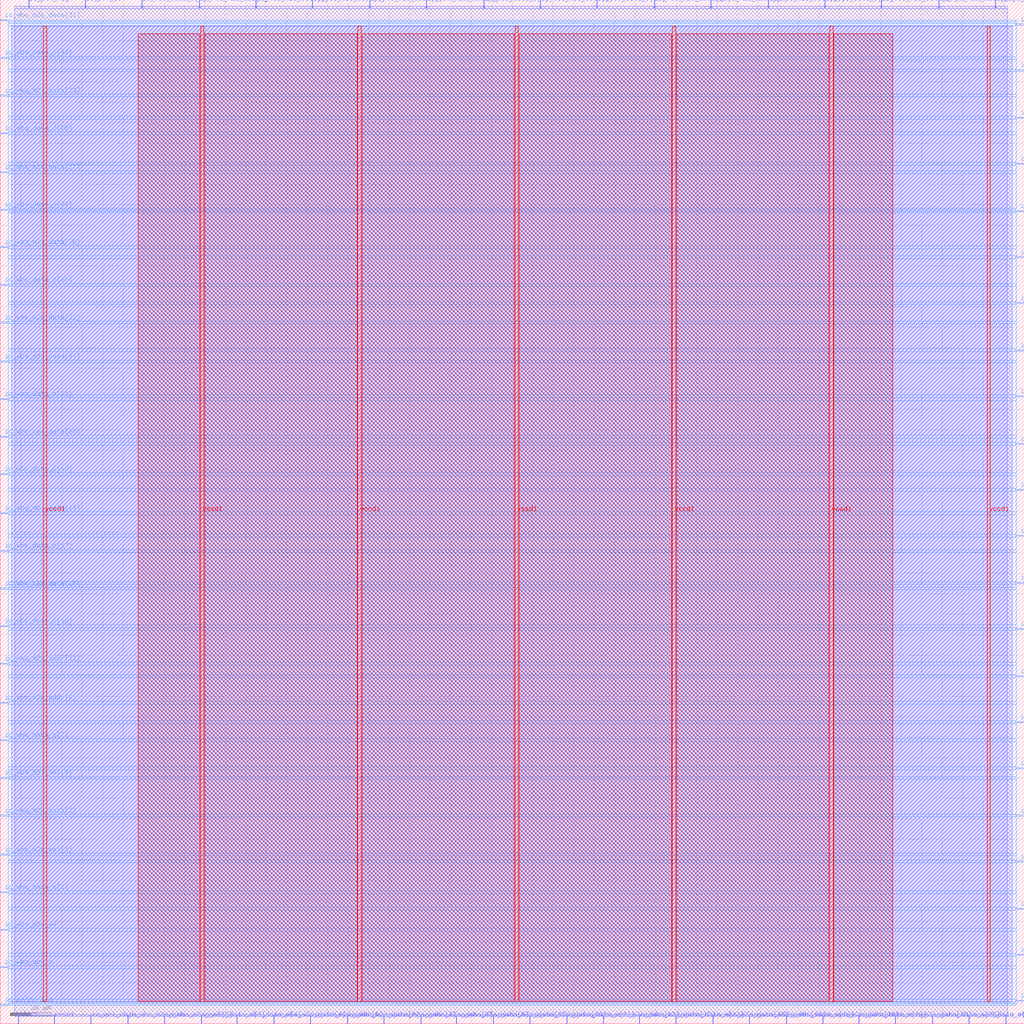
<source format=lef>
VERSION 5.7 ;
  NOWIREEXTENSIONATPIN ON ;
  DIVIDERCHAR "/" ;
  BUSBITCHARS "[]" ;
MACRO Motor_Top
  CLASS BLOCK ;
  FOREIGN Motor_Top ;
  ORIGIN 0.000 0.000 ;
  SIZE 500.000 BY 500.000 ;
  PIN clock
    DIRECTION INPUT ;
    USE SIGNAL ;
    PORT
      LAYER met2 ;
        RECT 8.830 0.000 9.110 4.000 ;
    END
  END clock
  PIN io_ba_match
    DIRECTION INPUT ;
    USE SIGNAL ;
    PORT
      LAYER met3 ;
        RECT 496.000 10.920 500.000 11.520 ;
    END
  END io_ba_match
  PIN io_motor_irq
    DIRECTION OUTPUT TRISTATE ;
    USE SIGNAL ;
    PORT
      LAYER met3 ;
        RECT 0.000 8.880 4.000 9.480 ;
    END
  END io_motor_irq
  PIN io_pwm_high
    DIRECTION OUTPUT TRISTATE ;
    USE SIGNAL ;
    PORT
      LAYER met2 ;
        RECT 13.890 496.000 14.170 500.000 ;
    END
  END io_pwm_high
  PIN io_pwm_low
    DIRECTION OUTPUT TRISTATE ;
    USE SIGNAL ;
    PORT
      LAYER met2 ;
        RECT 41.490 496.000 41.770 500.000 ;
    END
  END io_pwm_low
  PIN io_qei_ch_a
    DIRECTION INPUT ;
    USE SIGNAL ;
    PORT
      LAYER met3 ;
        RECT 496.000 33.360 500.000 33.960 ;
    END
  END io_qei_ch_a
  PIN io_qei_ch_b
    DIRECTION INPUT ;
    USE SIGNAL ;
    PORT
      LAYER met2 ;
        RECT 44.250 0.000 44.530 4.000 ;
    END
  END io_qei_ch_b
  PIN io_wbs_ack_o
    DIRECTION OUTPUT TRISTATE ;
    USE SIGNAL ;
    PORT
      LAYER met3 ;
        RECT 0.000 27.240 4.000 27.840 ;
    END
  END io_wbs_ack_o
  PIN io_wbs_data_o[0]
    DIRECTION OUTPUT TRISTATE ;
    USE SIGNAL ;
    PORT
      LAYER met2 ;
        RECT 69.090 496.000 69.370 500.000 ;
    END
  END io_wbs_data_o[0]
  PIN io_wbs_data_o[10]
    DIRECTION OUTPUT TRISTATE ;
    USE SIGNAL ;
    PORT
      LAYER met2 ;
        RECT 291.270 496.000 291.550 500.000 ;
    END
  END io_wbs_data_o[10]
  PIN io_wbs_data_o[11]
    DIRECTION OUTPUT TRISTATE ;
    USE SIGNAL ;
    PORT
      LAYER met2 ;
        RECT 276.550 0.000 276.830 4.000 ;
    END
  END io_wbs_data_o[11]
  PIN io_wbs_data_o[12]
    DIRECTION OUTPUT TRISTATE ;
    USE SIGNAL ;
    PORT
      LAYER met3 ;
        RECT 0.000 193.840 4.000 194.440 ;
    END
  END io_wbs_data_o[12]
  PIN io_wbs_data_o[13]
    DIRECTION OUTPUT TRISTATE ;
    USE SIGNAL ;
    PORT
      LAYER met2 ;
        RECT 329.910 0.000 330.190 4.000 ;
    END
  END io_wbs_data_o[13]
  PIN io_wbs_data_o[14]
    DIRECTION OUTPUT TRISTATE ;
    USE SIGNAL ;
    PORT
      LAYER met3 ;
        RECT 496.000 328.480 500.000 329.080 ;
    END
  END io_wbs_data_o[14]
  PIN io_wbs_data_o[15]
    DIRECTION OUTPUT TRISTATE ;
    USE SIGNAL ;
    PORT
      LAYER met3 ;
        RECT 496.000 374.040 500.000 374.640 ;
    END
  END io_wbs_data_o[15]
  PIN io_wbs_data_o[16]
    DIRECTION OUTPUT TRISTATE ;
    USE SIGNAL ;
    PORT
      LAYER met2 ;
        RECT 383.730 0.000 384.010 4.000 ;
    END
  END io_wbs_data_o[16]
  PIN io_wbs_data_o[17]
    DIRECTION OUTPUT TRISTATE ;
    USE SIGNAL ;
    PORT
      LAYER met3 ;
        RECT 0.000 230.560 4.000 231.160 ;
    END
  END io_wbs_data_o[17]
  PIN io_wbs_data_o[18]
    DIRECTION OUTPUT TRISTATE ;
    USE SIGNAL ;
    PORT
      LAYER met2 ;
        RECT 419.150 0.000 419.430 4.000 ;
    END
  END io_wbs_data_o[18]
  PIN io_wbs_data_o[19]
    DIRECTION OUTPUT TRISTATE ;
    USE SIGNAL ;
    PORT
      LAYER met3 ;
        RECT 0.000 267.960 4.000 268.560 ;
    END
  END io_wbs_data_o[19]
  PIN io_wbs_data_o[1]
    DIRECTION OUTPUT TRISTATE ;
    USE SIGNAL ;
    PORT
      LAYER met3 ;
        RECT 0.000 63.960 4.000 64.560 ;
    END
  END io_wbs_data_o[1]
  PIN io_wbs_data_o[20]
    DIRECTION OUTPUT TRISTATE ;
    USE SIGNAL ;
    PORT
      LAYER met3 ;
        RECT 496.000 396.480 500.000 397.080 ;
    END
  END io_wbs_data_o[20]
  PIN io_wbs_data_o[21]
    DIRECTION OUTPUT TRISTATE ;
    USE SIGNAL ;
    PORT
      LAYER met3 ;
        RECT 0.000 304.680 4.000 305.280 ;
    END
  END io_wbs_data_o[21]
  PIN io_wbs_data_o[22]
    DIRECTION OUTPUT TRISTATE ;
    USE SIGNAL ;
    PORT
      LAYER met2 ;
        RECT 402.590 496.000 402.870 500.000 ;
    END
  END io_wbs_data_o[22]
  PIN io_wbs_data_o[23]
    DIRECTION OUTPUT TRISTATE ;
    USE SIGNAL ;
    PORT
      LAYER met3 ;
        RECT 496.000 419.600 500.000 420.200 ;
    END
  END io_wbs_data_o[23]
  PIN io_wbs_data_o[24]
    DIRECTION OUTPUT TRISTATE ;
    USE SIGNAL ;
    PORT
      LAYER met3 ;
        RECT 496.000 465.160 500.000 465.760 ;
    END
  END io_wbs_data_o[24]
  PIN io_wbs_data_o[25]
    DIRECTION OUTPUT TRISTATE ;
    USE SIGNAL ;
    PORT
      LAYER met2 ;
        RECT 455.030 0.000 455.310 4.000 ;
    END
  END io_wbs_data_o[25]
  PIN io_wbs_data_o[26]
    DIRECTION OUTPUT TRISTATE ;
    USE SIGNAL ;
    PORT
      LAYER met3 ;
        RECT 0.000 360.440 4.000 361.040 ;
    END
  END io_wbs_data_o[26]
  PIN io_wbs_data_o[27]
    DIRECTION OUTPUT TRISTATE ;
    USE SIGNAL ;
    PORT
      LAYER met3 ;
        RECT 0.000 397.160 4.000 397.760 ;
    END
  END io_wbs_data_o[27]
  PIN io_wbs_data_o[28]
    DIRECTION OUTPUT TRISTATE ;
    USE SIGNAL ;
    PORT
      LAYER met3 ;
        RECT 0.000 434.560 4.000 435.160 ;
    END
  END io_wbs_data_o[28]
  PIN io_wbs_data_o[29]
    DIRECTION OUTPUT TRISTATE ;
    USE SIGNAL ;
    PORT
      LAYER met2 ;
        RECT 472.970 0.000 473.250 4.000 ;
    END
  END io_wbs_data_o[29]
  PIN io_wbs_data_o[2]
    DIRECTION OUTPUT TRISTATE ;
    USE SIGNAL ;
    PORT
      LAYER met3 ;
        RECT 496.000 146.920 500.000 147.520 ;
    END
  END io_wbs_data_o[2]
  PIN io_wbs_data_o[30]
    DIRECTION OUTPUT TRISTATE ;
    USE SIGNAL ;
    PORT
      LAYER met3 ;
        RECT 0.000 471.280 4.000 471.880 ;
    END
  END io_wbs_data_o[30]
  PIN io_wbs_data_o[31]
    DIRECTION OUTPUT TRISTATE ;
    USE SIGNAL ;
    PORT
      LAYER met2 ;
        RECT 485.850 496.000 486.130 500.000 ;
    END
  END io_wbs_data_o[31]
  PIN io_wbs_data_o[3]
    DIRECTION OUTPUT TRISTATE ;
    USE SIGNAL ;
    PORT
      LAYER met2 ;
        RECT 98.070 0.000 98.350 4.000 ;
    END
  END io_wbs_data_o[3]
  PIN io_wbs_data_o[4]
    DIRECTION OUTPUT TRISTATE ;
    USE SIGNAL ;
    PORT
      LAYER met2 ;
        RECT 115.550 0.000 115.830 4.000 ;
    END
  END io_wbs_data_o[4]
  PIN io_wbs_data_o[5]
    DIRECTION OUTPUT TRISTATE ;
    USE SIGNAL ;
    PORT
      LAYER met3 ;
        RECT 496.000 214.920 500.000 215.520 ;
    END
  END io_wbs_data_o[5]
  PIN io_wbs_data_o[6]
    DIRECTION OUTPUT TRISTATE ;
    USE SIGNAL ;
    PORT
      LAYER met3 ;
        RECT 496.000 238.040 500.000 238.640 ;
    END
  END io_wbs_data_o[6]
  PIN io_wbs_data_o[7]
    DIRECTION OUTPUT TRISTATE ;
    USE SIGNAL ;
    PORT
      LAYER met3 ;
        RECT 0.000 138.080 4.000 138.680 ;
    END
  END io_wbs_data_o[7]
  PIN io_wbs_data_o[8]
    DIRECTION OUTPUT TRISTATE ;
    USE SIGNAL ;
    PORT
      LAYER met2 ;
        RECT 236.070 496.000 236.350 500.000 ;
    END
  END io_wbs_data_o[8]
  PIN io_wbs_data_o[9]
    DIRECTION OUTPUT TRISTATE ;
    USE SIGNAL ;
    PORT
      LAYER met3 ;
        RECT 496.000 260.480 500.000 261.080 ;
    END
  END io_wbs_data_o[9]
  PIN io_wbs_m2s_addr[0]
    DIRECTION INPUT ;
    USE SIGNAL ;
    PORT
      LAYER met3 ;
        RECT 496.000 55.800 500.000 56.400 ;
    END
  END io_wbs_m2s_addr[0]
  PIN io_wbs_m2s_addr[10]
    DIRECTION INPUT ;
    USE SIGNAL ;
    PORT
      LAYER met3 ;
        RECT 496.000 282.920 500.000 283.520 ;
    END
  END io_wbs_m2s_addr[10]
  PIN io_wbs_m2s_addr[11]
    DIRECTION INPUT ;
    USE SIGNAL ;
    PORT
      LAYER met3 ;
        RECT 0.000 175.480 4.000 176.080 ;
    END
  END io_wbs_m2s_addr[11]
  PIN io_wbs_m2s_addr[12]
    DIRECTION INPUT ;
    USE SIGNAL ;
    PORT
      LAYER met2 ;
        RECT 319.330 496.000 319.610 500.000 ;
    END
  END io_wbs_m2s_addr[12]
  PIN io_wbs_m2s_addr[13]
    DIRECTION INPUT ;
    USE SIGNAL ;
    PORT
      LAYER met3 ;
        RECT 496.000 306.040 500.000 306.640 ;
    END
  END io_wbs_m2s_addr[13]
  PIN io_wbs_m2s_addr[14]
    DIRECTION INPUT ;
    USE SIGNAL ;
    PORT
      LAYER met2 ;
        RECT 365.790 0.000 366.070 4.000 ;
    END
  END io_wbs_m2s_addr[14]
  PIN io_wbs_m2s_addr[15]
    DIRECTION INPUT ;
    USE SIGNAL ;
    PORT
      LAYER met2 ;
        RECT 346.930 496.000 347.210 500.000 ;
    END
  END io_wbs_m2s_addr[15]
  PIN io_wbs_m2s_addr[1]
    DIRECTION INPUT ;
    USE SIGNAL ;
    PORT
      LAYER met3 ;
        RECT 496.000 101.360 500.000 101.960 ;
    END
  END io_wbs_m2s_addr[1]
  PIN io_wbs_m2s_addr[2]
    DIRECTION INPUT ;
    USE SIGNAL ;
    PORT
      LAYER met3 ;
        RECT 496.000 169.360 500.000 169.960 ;
    END
  END io_wbs_m2s_addr[2]
  PIN io_wbs_m2s_addr[3]
    DIRECTION INPUT ;
    USE SIGNAL ;
    PORT
      LAYER met3 ;
        RECT 496.000 192.480 500.000 193.080 ;
    END
  END io_wbs_m2s_addr[3]
  PIN io_wbs_m2s_addr[4]
    DIRECTION INPUT ;
    USE SIGNAL ;
    PORT
      LAYER met2 ;
        RECT 152.350 496.000 152.630 500.000 ;
    END
  END io_wbs_m2s_addr[4]
  PIN io_wbs_m2s_addr[5]
    DIRECTION INPUT ;
    USE SIGNAL ;
    PORT
      LAYER met2 ;
        RECT 180.410 496.000 180.690 500.000 ;
    END
  END io_wbs_m2s_addr[5]
  PIN io_wbs_m2s_addr[6]
    DIRECTION INPUT ;
    USE SIGNAL ;
    PORT
      LAYER met2 ;
        RECT 151.430 0.000 151.710 4.000 ;
    END
  END io_wbs_m2s_addr[6]
  PIN io_wbs_m2s_addr[7]
    DIRECTION INPUT ;
    USE SIGNAL ;
    PORT
      LAYER met2 ;
        RECT 187.310 0.000 187.590 4.000 ;
    END
  END io_wbs_m2s_addr[7]
  PIN io_wbs_m2s_addr[8]
    DIRECTION INPUT ;
    USE SIGNAL ;
    PORT
      LAYER met2 ;
        RECT 263.670 496.000 263.950 500.000 ;
    END
  END io_wbs_m2s_addr[8]
  PIN io_wbs_m2s_addr[9]
    DIRECTION INPUT ;
    USE SIGNAL ;
    PORT
      LAYER met3 ;
        RECT 0.000 156.440 4.000 157.040 ;
    END
  END io_wbs_m2s_addr[9]
  PIN io_wbs_m2s_data[0]
    DIRECTION INPUT ;
    USE SIGNAL ;
    PORT
      LAYER met3 ;
        RECT 496.000 78.920 500.000 79.520 ;
    END
  END io_wbs_m2s_data[0]
  PIN io_wbs_m2s_data[10]
    DIRECTION INPUT ;
    USE SIGNAL ;
    PORT
      LAYER met2 ;
        RECT 258.610 0.000 258.890 4.000 ;
    END
  END io_wbs_m2s_data[10]
  PIN io_wbs_m2s_data[11]
    DIRECTION INPUT ;
    USE SIGNAL ;
    PORT
      LAYER met2 ;
        RECT 294.490 0.000 294.770 4.000 ;
    END
  END io_wbs_m2s_data[11]
  PIN io_wbs_m2s_data[12]
    DIRECTION INPUT ;
    USE SIGNAL ;
    PORT
      LAYER met2 ;
        RECT 311.970 0.000 312.250 4.000 ;
    END
  END io_wbs_m2s_data[12]
  PIN io_wbs_m2s_data[13]
    DIRECTION INPUT ;
    USE SIGNAL ;
    PORT
      LAYER met2 ;
        RECT 347.850 0.000 348.130 4.000 ;
    END
  END io_wbs_m2s_data[13]
  PIN io_wbs_m2s_data[14]
    DIRECTION INPUT ;
    USE SIGNAL ;
    PORT
      LAYER met3 ;
        RECT 496.000 351.600 500.000 352.200 ;
    END
  END io_wbs_m2s_data[14]
  PIN io_wbs_m2s_data[15]
    DIRECTION INPUT ;
    USE SIGNAL ;
    PORT
      LAYER met3 ;
        RECT 0.000 212.200 4.000 212.800 ;
    END
  END io_wbs_m2s_data[15]
  PIN io_wbs_m2s_data[16]
    DIRECTION INPUT ;
    USE SIGNAL ;
    PORT
      LAYER met2 ;
        RECT 401.670 0.000 401.950 4.000 ;
    END
  END io_wbs_m2s_data[16]
  PIN io_wbs_m2s_data[17]
    DIRECTION INPUT ;
    USE SIGNAL ;
    PORT
      LAYER met3 ;
        RECT 0.000 248.920 4.000 249.520 ;
    END
  END io_wbs_m2s_data[17]
  PIN io_wbs_m2s_data[18]
    DIRECTION INPUT ;
    USE SIGNAL ;
    PORT
      LAYER met2 ;
        RECT 374.990 496.000 375.270 500.000 ;
    END
  END io_wbs_m2s_data[18]
  PIN io_wbs_m2s_data[19]
    DIRECTION INPUT ;
    USE SIGNAL ;
    PORT
      LAYER met2 ;
        RECT 437.090 0.000 437.370 4.000 ;
    END
  END io_wbs_m2s_data[19]
  PIN io_wbs_m2s_data[1]
    DIRECTION INPUT ;
    USE SIGNAL ;
    PORT
      LAYER met3 ;
        RECT 496.000 124.480 500.000 125.080 ;
    END
  END io_wbs_m2s_data[1]
  PIN io_wbs_m2s_data[20]
    DIRECTION INPUT ;
    USE SIGNAL ;
    PORT
      LAYER met3 ;
        RECT 0.000 286.320 4.000 286.920 ;
    END
  END io_wbs_m2s_data[20]
  PIN io_wbs_m2s_data[21]
    DIRECTION INPUT ;
    USE SIGNAL ;
    PORT
      LAYER met3 ;
        RECT 0.000 323.040 4.000 323.640 ;
    END
  END io_wbs_m2s_data[21]
  PIN io_wbs_m2s_data[22]
    DIRECTION INPUT ;
    USE SIGNAL ;
    PORT
      LAYER met3 ;
        RECT 0.000 342.080 4.000 342.680 ;
    END
  END io_wbs_m2s_data[22]
  PIN io_wbs_m2s_data[23]
    DIRECTION INPUT ;
    USE SIGNAL ;
    PORT
      LAYER met3 ;
        RECT 496.000 442.040 500.000 442.640 ;
    END
  END io_wbs_m2s_data[23]
  PIN io_wbs_m2s_data[24]
    DIRECTION INPUT ;
    USE SIGNAL ;
    PORT
      LAYER met2 ;
        RECT 430.190 496.000 430.470 500.000 ;
    END
  END io_wbs_m2s_data[24]
  PIN io_wbs_m2s_data[25]
    DIRECTION INPUT ;
    USE SIGNAL ;
    PORT
      LAYER met2 ;
        RECT 458.250 496.000 458.530 500.000 ;
    END
  END io_wbs_m2s_data[25]
  PIN io_wbs_m2s_data[26]
    DIRECTION INPUT ;
    USE SIGNAL ;
    PORT
      LAYER met3 ;
        RECT 0.000 378.800 4.000 379.400 ;
    END
  END io_wbs_m2s_data[26]
  PIN io_wbs_m2s_data[27]
    DIRECTION INPUT ;
    USE SIGNAL ;
    PORT
      LAYER met3 ;
        RECT 0.000 415.520 4.000 416.120 ;
    END
  END io_wbs_m2s_data[27]
  PIN io_wbs_m2s_data[28]
    DIRECTION INPUT ;
    USE SIGNAL ;
    PORT
      LAYER met3 ;
        RECT 0.000 452.920 4.000 453.520 ;
    END
  END io_wbs_m2s_data[28]
  PIN io_wbs_m2s_data[29]
    DIRECTION INPUT ;
    USE SIGNAL ;
    PORT
      LAYER met2 ;
        RECT 490.910 0.000 491.190 4.000 ;
    END
  END io_wbs_m2s_data[29]
  PIN io_wbs_m2s_data[2]
    DIRECTION INPUT ;
    USE SIGNAL ;
    PORT
      LAYER met3 ;
        RECT 0.000 101.360 4.000 101.960 ;
    END
  END io_wbs_m2s_data[2]
  PIN io_wbs_m2s_data[30]
    DIRECTION INPUT ;
    USE SIGNAL ;
    PORT
      LAYER met3 ;
        RECT 496.000 487.600 500.000 488.200 ;
    END
  END io_wbs_m2s_data[30]
  PIN io_wbs_m2s_data[31]
    DIRECTION INPUT ;
    USE SIGNAL ;
    PORT
      LAYER met3 ;
        RECT 0.000 489.640 4.000 490.240 ;
    END
  END io_wbs_m2s_data[31]
  PIN io_wbs_m2s_data[3]
    DIRECTION INPUT ;
    USE SIGNAL ;
    PORT
      LAYER met2 ;
        RECT 124.750 496.000 125.030 500.000 ;
    END
  END io_wbs_m2s_data[3]
  PIN io_wbs_m2s_data[4]
    DIRECTION INPUT ;
    USE SIGNAL ;
    PORT
      LAYER met2 ;
        RECT 133.490 0.000 133.770 4.000 ;
    END
  END io_wbs_m2s_data[4]
  PIN io_wbs_m2s_data[5]
    DIRECTION INPUT ;
    USE SIGNAL ;
    PORT
      LAYER met2 ;
        RECT 208.010 496.000 208.290 500.000 ;
    END
  END io_wbs_m2s_data[5]
  PIN io_wbs_m2s_data[6]
    DIRECTION INPUT ;
    USE SIGNAL ;
    PORT
      LAYER met2 ;
        RECT 169.370 0.000 169.650 4.000 ;
    END
  END io_wbs_m2s_data[6]
  PIN io_wbs_m2s_data[7]
    DIRECTION INPUT ;
    USE SIGNAL ;
    PORT
      LAYER met2 ;
        RECT 205.250 0.000 205.530 4.000 ;
    END
  END io_wbs_m2s_data[7]
  PIN io_wbs_m2s_data[8]
    DIRECTION INPUT ;
    USE SIGNAL ;
    PORT
      LAYER met2 ;
        RECT 222.730 0.000 223.010 4.000 ;
    END
  END io_wbs_m2s_data[8]
  PIN io_wbs_m2s_data[9]
    DIRECTION INPUT ;
    USE SIGNAL ;
    PORT
      LAYER met2 ;
        RECT 240.670 0.000 240.950 4.000 ;
    END
  END io_wbs_m2s_data[9]
  PIN io_wbs_m2s_sel[0]
    DIRECTION INPUT ;
    USE SIGNAL ;
    PORT
      LAYER met2 ;
        RECT 97.150 496.000 97.430 500.000 ;
    END
  END io_wbs_m2s_sel[0]
  PIN io_wbs_m2s_sel[1]
    DIRECTION INPUT ;
    USE SIGNAL ;
    PORT
      LAYER met3 ;
        RECT 0.000 82.320 4.000 82.920 ;
    END
  END io_wbs_m2s_sel[1]
  PIN io_wbs_m2s_sel[2]
    DIRECTION INPUT ;
    USE SIGNAL ;
    PORT
      LAYER met2 ;
        RECT 80.130 0.000 80.410 4.000 ;
    END
  END io_wbs_m2s_sel[2]
  PIN io_wbs_m2s_sel[3]
    DIRECTION INPUT ;
    USE SIGNAL ;
    PORT
      LAYER met3 ;
        RECT 0.000 119.720 4.000 120.320 ;
    END
  END io_wbs_m2s_sel[3]
  PIN io_wbs_m2s_stb
    DIRECTION INPUT ;
    USE SIGNAL ;
    PORT
      LAYER met2 ;
        RECT 62.190 0.000 62.470 4.000 ;
    END
  END io_wbs_m2s_stb
  PIN io_wbs_m2s_we
    DIRECTION INPUT ;
    USE SIGNAL ;
    PORT
      LAYER met3 ;
        RECT 0.000 45.600 4.000 46.200 ;
    END
  END io_wbs_m2s_we
  PIN reset
    DIRECTION INPUT ;
    USE SIGNAL ;
    PORT
      LAYER met2 ;
        RECT 26.310 0.000 26.590 4.000 ;
    END
  END reset
  PIN vccd1
    DIRECTION INPUT ;
    USE POWER ;
    PORT
      LAYER met4 ;
        RECT 21.040 10.640 22.640 487.120 ;
    END
    PORT
      LAYER met4 ;
        RECT 174.640 10.640 176.240 487.120 ;
    END
    PORT
      LAYER met4 ;
        RECT 328.240 10.640 329.840 487.120 ;
    END
    PORT
      LAYER met4 ;
        RECT 481.840 10.640 483.440 487.120 ;
    END
  END vccd1
  PIN vssd1
    DIRECTION INPUT ;
    USE GROUND ;
    PORT
      LAYER met4 ;
        RECT 97.840 10.640 99.440 487.120 ;
    END
    PORT
      LAYER met4 ;
        RECT 251.440 10.640 253.040 487.120 ;
    END
    PORT
      LAYER met4 ;
        RECT 405.040 10.640 406.640 487.120 ;
    END
  END vssd1
  OBS
      LAYER li1 ;
        RECT 5.520 10.795 494.040 486.965 ;
      LAYER met1 ;
        RECT 5.520 10.640 494.040 487.120 ;
      LAYER met2 ;
        RECT 6.990 495.720 13.610 496.810 ;
        RECT 14.450 495.720 41.210 496.810 ;
        RECT 42.050 495.720 68.810 496.810 ;
        RECT 69.650 495.720 96.870 496.810 ;
        RECT 97.710 495.720 124.470 496.810 ;
        RECT 125.310 495.720 152.070 496.810 ;
        RECT 152.910 495.720 180.130 496.810 ;
        RECT 180.970 495.720 207.730 496.810 ;
        RECT 208.570 495.720 235.790 496.810 ;
        RECT 236.630 495.720 263.390 496.810 ;
        RECT 264.230 495.720 290.990 496.810 ;
        RECT 291.830 495.720 319.050 496.810 ;
        RECT 319.890 495.720 346.650 496.810 ;
        RECT 347.490 495.720 374.710 496.810 ;
        RECT 375.550 495.720 402.310 496.810 ;
        RECT 403.150 495.720 429.910 496.810 ;
        RECT 430.750 495.720 457.970 496.810 ;
        RECT 458.810 495.720 485.570 496.810 ;
        RECT 486.410 495.720 491.650 496.810 ;
        RECT 6.990 4.280 491.650 495.720 ;
        RECT 6.990 3.670 8.550 4.280 ;
        RECT 9.390 3.670 26.030 4.280 ;
        RECT 26.870 3.670 43.970 4.280 ;
        RECT 44.810 3.670 61.910 4.280 ;
        RECT 62.750 3.670 79.850 4.280 ;
        RECT 80.690 3.670 97.790 4.280 ;
        RECT 98.630 3.670 115.270 4.280 ;
        RECT 116.110 3.670 133.210 4.280 ;
        RECT 134.050 3.670 151.150 4.280 ;
        RECT 151.990 3.670 169.090 4.280 ;
        RECT 169.930 3.670 187.030 4.280 ;
        RECT 187.870 3.670 204.970 4.280 ;
        RECT 205.810 3.670 222.450 4.280 ;
        RECT 223.290 3.670 240.390 4.280 ;
        RECT 241.230 3.670 258.330 4.280 ;
        RECT 259.170 3.670 276.270 4.280 ;
        RECT 277.110 3.670 294.210 4.280 ;
        RECT 295.050 3.670 311.690 4.280 ;
        RECT 312.530 3.670 329.630 4.280 ;
        RECT 330.470 3.670 347.570 4.280 ;
        RECT 348.410 3.670 365.510 4.280 ;
        RECT 366.350 3.670 383.450 4.280 ;
        RECT 384.290 3.670 401.390 4.280 ;
        RECT 402.230 3.670 418.870 4.280 ;
        RECT 419.710 3.670 436.810 4.280 ;
        RECT 437.650 3.670 454.750 4.280 ;
        RECT 455.590 3.670 472.690 4.280 ;
        RECT 473.530 3.670 490.630 4.280 ;
        RECT 491.470 3.670 491.650 4.280 ;
      LAYER met3 ;
        RECT 4.400 489.240 496.000 490.105 ;
        RECT 4.000 488.600 496.000 489.240 ;
        RECT 4.000 487.200 495.600 488.600 ;
        RECT 4.000 472.280 496.000 487.200 ;
        RECT 4.400 470.880 496.000 472.280 ;
        RECT 4.000 466.160 496.000 470.880 ;
        RECT 4.000 464.760 495.600 466.160 ;
        RECT 4.000 453.920 496.000 464.760 ;
        RECT 4.400 452.520 496.000 453.920 ;
        RECT 4.000 443.040 496.000 452.520 ;
        RECT 4.000 441.640 495.600 443.040 ;
        RECT 4.000 435.560 496.000 441.640 ;
        RECT 4.400 434.160 496.000 435.560 ;
        RECT 4.000 420.600 496.000 434.160 ;
        RECT 4.000 419.200 495.600 420.600 ;
        RECT 4.000 416.520 496.000 419.200 ;
        RECT 4.400 415.120 496.000 416.520 ;
        RECT 4.000 398.160 496.000 415.120 ;
        RECT 4.400 397.480 496.000 398.160 ;
        RECT 4.400 396.760 495.600 397.480 ;
        RECT 4.000 396.080 495.600 396.760 ;
        RECT 4.000 379.800 496.000 396.080 ;
        RECT 4.400 378.400 496.000 379.800 ;
        RECT 4.000 375.040 496.000 378.400 ;
        RECT 4.000 373.640 495.600 375.040 ;
        RECT 4.000 361.440 496.000 373.640 ;
        RECT 4.400 360.040 496.000 361.440 ;
        RECT 4.000 352.600 496.000 360.040 ;
        RECT 4.000 351.200 495.600 352.600 ;
        RECT 4.000 343.080 496.000 351.200 ;
        RECT 4.400 341.680 496.000 343.080 ;
        RECT 4.000 329.480 496.000 341.680 ;
        RECT 4.000 328.080 495.600 329.480 ;
        RECT 4.000 324.040 496.000 328.080 ;
        RECT 4.400 322.640 496.000 324.040 ;
        RECT 4.000 307.040 496.000 322.640 ;
        RECT 4.000 305.680 495.600 307.040 ;
        RECT 4.400 305.640 495.600 305.680 ;
        RECT 4.400 304.280 496.000 305.640 ;
        RECT 4.000 287.320 496.000 304.280 ;
        RECT 4.400 285.920 496.000 287.320 ;
        RECT 4.000 283.920 496.000 285.920 ;
        RECT 4.000 282.520 495.600 283.920 ;
        RECT 4.000 268.960 496.000 282.520 ;
        RECT 4.400 267.560 496.000 268.960 ;
        RECT 4.000 261.480 496.000 267.560 ;
        RECT 4.000 260.080 495.600 261.480 ;
        RECT 4.000 249.920 496.000 260.080 ;
        RECT 4.400 248.520 496.000 249.920 ;
        RECT 4.000 239.040 496.000 248.520 ;
        RECT 4.000 237.640 495.600 239.040 ;
        RECT 4.000 231.560 496.000 237.640 ;
        RECT 4.400 230.160 496.000 231.560 ;
        RECT 4.000 215.920 496.000 230.160 ;
        RECT 4.000 214.520 495.600 215.920 ;
        RECT 4.000 213.200 496.000 214.520 ;
        RECT 4.400 211.800 496.000 213.200 ;
        RECT 4.000 194.840 496.000 211.800 ;
        RECT 4.400 193.480 496.000 194.840 ;
        RECT 4.400 193.440 495.600 193.480 ;
        RECT 4.000 192.080 495.600 193.440 ;
        RECT 4.000 176.480 496.000 192.080 ;
        RECT 4.400 175.080 496.000 176.480 ;
        RECT 4.000 170.360 496.000 175.080 ;
        RECT 4.000 168.960 495.600 170.360 ;
        RECT 4.000 157.440 496.000 168.960 ;
        RECT 4.400 156.040 496.000 157.440 ;
        RECT 4.000 147.920 496.000 156.040 ;
        RECT 4.000 146.520 495.600 147.920 ;
        RECT 4.000 139.080 496.000 146.520 ;
        RECT 4.400 137.680 496.000 139.080 ;
        RECT 4.000 125.480 496.000 137.680 ;
        RECT 4.000 124.080 495.600 125.480 ;
        RECT 4.000 120.720 496.000 124.080 ;
        RECT 4.400 119.320 496.000 120.720 ;
        RECT 4.000 102.360 496.000 119.320 ;
        RECT 4.400 100.960 495.600 102.360 ;
        RECT 4.000 83.320 496.000 100.960 ;
        RECT 4.400 81.920 496.000 83.320 ;
        RECT 4.000 79.920 496.000 81.920 ;
        RECT 4.000 78.520 495.600 79.920 ;
        RECT 4.000 64.960 496.000 78.520 ;
        RECT 4.400 63.560 496.000 64.960 ;
        RECT 4.000 56.800 496.000 63.560 ;
        RECT 4.000 55.400 495.600 56.800 ;
        RECT 4.000 46.600 496.000 55.400 ;
        RECT 4.400 45.200 496.000 46.600 ;
        RECT 4.000 34.360 496.000 45.200 ;
        RECT 4.000 32.960 495.600 34.360 ;
        RECT 4.000 28.240 496.000 32.960 ;
        RECT 4.400 26.840 496.000 28.240 ;
        RECT 4.000 11.920 496.000 26.840 ;
        RECT 4.000 10.520 495.600 11.920 ;
        RECT 4.000 9.880 496.000 10.520 ;
        RECT 4.400 9.015 496.000 9.880 ;
      LAYER met4 ;
        RECT 67.455 11.055 97.440 483.305 ;
        RECT 99.840 11.055 174.240 483.305 ;
        RECT 176.640 11.055 251.040 483.305 ;
        RECT 253.440 11.055 327.840 483.305 ;
        RECT 330.240 11.055 404.640 483.305 ;
        RECT 407.040 11.055 435.785 483.305 ;
  END
END Motor_Top
END LIBRARY


</source>
